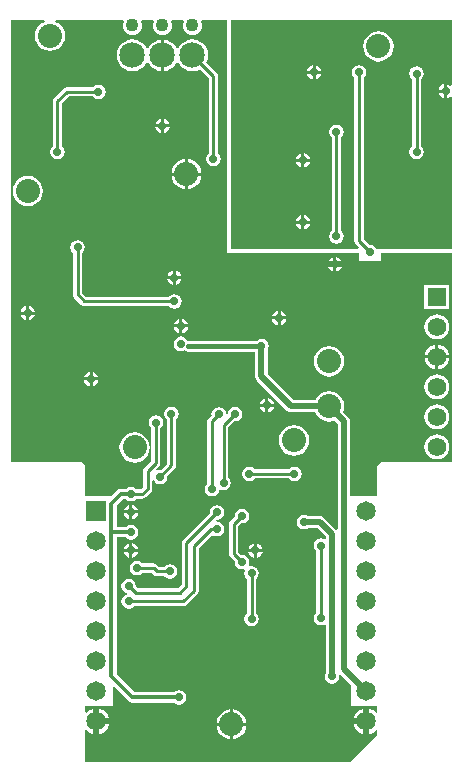
<source format=gbl>
G04 Layer_Physical_Order=2*
G04 Layer_Color=16711680*
%FSLAX25Y25*%
%MOIN*%
G70*
G01*
G75*
%ADD24C,0.01000*%
%ADD25C,0.02000*%
%ADD26C,0.01600*%
%ADD27C,0.08500*%
%ADD28C,0.04331*%
%ADD29C,0.08000*%
%ADD30C,0.06200*%
%ADD31R,0.06200X0.06200*%
%ADD32C,0.06500*%
%ADD33R,0.06500X0.06500*%
%ADD34C,0.02800*%
%ADD35C,0.01400*%
G36*
X73478Y227043D02*
X72978Y226856D01*
X72309Y227303D01*
X71873Y227390D01*
Y225043D01*
Y222695D01*
X72309Y222782D01*
X72978Y223229D01*
X73478Y223042D01*
Y172500D01*
X48303D01*
X47815Y173230D01*
X47021Y173761D01*
X46085Y173947D01*
X45848Y173900D01*
X44029Y175718D01*
Y229476D01*
X44230Y229610D01*
X44761Y230404D01*
X44947Y231340D01*
X44761Y232277D01*
X44230Y233070D01*
X43436Y233601D01*
X42500Y233787D01*
X41564Y233601D01*
X40770Y233070D01*
X40239Y232277D01*
X40053Y231340D01*
X40239Y230404D01*
X40770Y229610D01*
X40971Y229476D01*
Y175085D01*
X41087Y174500D01*
X41419Y174004D01*
X42460Y172962D01*
X42269Y172500D01*
X0D01*
Y248675D01*
X73478D01*
Y227043D01*
D02*
G37*
G36*
X-1500Y171000D02*
X42460D01*
Y168500D01*
X50000D01*
Y171000D01*
X73478Y171000D01*
Y101326D01*
X50000D01*
X49493Y101225D01*
X49063Y100937D01*
X48775Y100507D01*
X48674Y100000D01*
Y90000D01*
X40000D01*
Y90000D01*
X39539Y90095D01*
Y114947D01*
X39539Y114947D01*
X39384Y115727D01*
X39338Y115795D01*
X39331Y115833D01*
X38889Y116495D01*
X37172Y118212D01*
X37371Y118695D01*
X37543Y120000D01*
X37371Y121305D01*
X36867Y122522D01*
X36066Y123566D01*
X35022Y124367D01*
X33805Y124871D01*
X32500Y125043D01*
X31195Y124871D01*
X29978Y124367D01*
X28934Y123566D01*
X28133Y122522D01*
X27933Y122039D01*
X20845D01*
X12039Y130845D01*
Y138775D01*
X12261Y139106D01*
X12447Y140042D01*
X12261Y140979D01*
X11730Y141773D01*
X10936Y142303D01*
X10000Y142490D01*
X9064Y142303D01*
X8427Y141878D01*
X-14500D01*
X-14624Y141853D01*
X-15110Y142581D01*
X-15904Y143111D01*
X-16840Y143297D01*
X-17776Y143111D01*
X-18570Y142581D01*
X-19101Y141787D01*
X-19287Y140850D01*
X-19101Y139914D01*
X-18570Y139120D01*
X-17776Y138590D01*
X-16840Y138403D01*
X-15904Y138590D01*
X-15735Y138703D01*
X-15202Y138347D01*
X-14500Y138207D01*
X7961D01*
Y130000D01*
X8116Y129220D01*
X8558Y128558D01*
X18558Y118558D01*
X18558Y118558D01*
X19220Y118116D01*
X20000Y117961D01*
X20000Y117961D01*
X27933D01*
X28133Y117478D01*
X28934Y116434D01*
X29978Y115632D01*
X31195Y115129D01*
X32500Y114957D01*
X33805Y115129D01*
X34288Y115329D01*
X35461Y114155D01*
Y79065D01*
X34961Y78914D01*
X34942Y78942D01*
X30942Y82942D01*
X30280Y83384D01*
X29500Y83539D01*
X25428D01*
X25096Y83761D01*
X24160Y83947D01*
X23223Y83761D01*
X22430Y83230D01*
X21899Y82436D01*
X21713Y81500D01*
X21899Y80564D01*
X22430Y79770D01*
X23223Y79239D01*
X24160Y79053D01*
X25096Y79239D01*
X25428Y79461D01*
X28655D01*
X31461Y76655D01*
Y75931D01*
X31020Y75695D01*
X30739Y75883D01*
X29802Y76069D01*
X28866Y75883D01*
X28072Y75352D01*
X27542Y74559D01*
X27355Y73622D01*
X27542Y72686D01*
X28072Y71892D01*
X28273Y71758D01*
Y51364D01*
X28072Y51230D01*
X27542Y50436D01*
X27355Y49500D01*
X27542Y48564D01*
X28072Y47770D01*
X28866Y47239D01*
X29802Y47053D01*
X30739Y47239D01*
X31020Y47427D01*
X31461Y47191D01*
Y31268D01*
X31239Y30936D01*
X31053Y30000D01*
X31239Y29064D01*
X31770Y28270D01*
X32564Y27739D01*
X33500Y27553D01*
X34436Y27739D01*
X35230Y28270D01*
X35761Y29064D01*
X35947Y30000D01*
X35832Y30577D01*
X36293Y30823D01*
X40000Y27116D01*
Y20000D01*
X48674D01*
Y17970D01*
X48201Y17810D01*
X48031Y18031D01*
X47143Y18712D01*
X46110Y19141D01*
X45500Y19221D01*
Y15000D01*
Y10779D01*
X46110Y10859D01*
X47143Y11288D01*
X48031Y11969D01*
X48201Y12190D01*
X48674Y12030D01*
Y10549D01*
X39451Y1326D01*
X-48674D01*
Y12030D01*
X-48201Y12190D01*
X-48031Y11969D01*
X-47143Y11288D01*
X-46110Y10859D01*
X-45500Y10779D01*
Y15000D01*
Y19221D01*
X-46110Y19141D01*
X-47143Y18712D01*
X-48031Y18031D01*
X-48201Y17810D01*
X-48674Y17970D01*
Y20000D01*
X-39500D01*
Y26395D01*
X-39038Y26587D01*
X-34226Y21774D01*
X-33663Y21399D01*
X-33000Y21267D01*
X-19226D01*
X-18436Y20739D01*
X-17500Y20553D01*
X-16564Y20739D01*
X-15770Y21270D01*
X-15239Y22064D01*
X-15053Y23000D01*
X-15239Y23936D01*
X-15770Y24730D01*
X-16564Y25261D01*
X-17500Y25447D01*
X-18436Y25261D01*
X-19226Y24733D01*
X-32282D01*
X-38317Y30768D01*
Y76309D01*
X-35226D01*
X-34436Y75782D01*
X-33500Y75595D01*
X-32564Y75782D01*
X-31770Y76312D01*
X-31239Y77106D01*
X-31053Y78043D01*
X-31239Y78979D01*
X-31770Y79773D01*
X-32564Y80303D01*
X-33500Y80489D01*
X-34436Y80303D01*
X-35226Y79776D01*
X-38317D01*
Y86892D01*
X-36140Y89069D01*
X-35226D01*
X-34436Y88542D01*
X-33500Y88355D01*
X-32564Y88542D01*
X-31770Y89072D01*
X-31635Y89273D01*
X-29670D01*
X-29085Y89389D01*
X-28589Y89721D01*
X-26871Y91438D01*
X-26540Y91934D01*
X-26423Y92520D01*
Y95203D01*
X-25923Y95354D01*
X-25533Y94770D01*
X-24739Y94239D01*
X-23802Y94053D01*
X-22866Y94239D01*
X-22072Y94770D01*
X-21542Y95564D01*
X-21355Y96500D01*
X-21403Y96737D01*
X-18919Y99221D01*
X-18587Y99717D01*
X-18471Y100302D01*
Y115636D01*
X-18270Y115770D01*
X-17739Y116564D01*
X-17553Y117500D01*
X-17739Y118436D01*
X-18270Y119230D01*
X-19064Y119761D01*
X-20000Y119947D01*
X-20936Y119761D01*
X-21730Y119230D01*
X-22261Y118436D01*
X-22447Y117500D01*
X-22261Y116564D01*
X-21730Y115770D01*
X-21529Y115636D01*
Y100936D01*
X-23565Y98900D01*
X-23802Y98947D01*
X-24739Y98761D01*
X-24764Y98744D01*
X-25083Y99132D01*
X-24115Y100100D01*
X-23784Y100596D01*
X-23667Y101181D01*
Y112702D01*
X-23467Y112837D01*
X-22936Y113630D01*
X-22750Y114567D01*
X-22936Y115503D01*
X-23467Y116297D01*
X-24260Y116828D01*
X-25197Y117014D01*
X-26133Y116828D01*
X-26927Y116297D01*
X-27458Y115503D01*
X-27644Y114567D01*
X-27458Y113630D01*
X-26927Y112837D01*
X-26726Y112702D01*
Y101815D01*
X-29034Y99507D01*
X-29366Y99010D01*
X-29482Y98425D01*
Y93153D01*
X-30304Y92332D01*
X-31635D01*
X-31770Y92533D01*
X-32564Y93063D01*
X-33500Y93249D01*
X-34436Y93063D01*
X-35226Y92536D01*
X-36858D01*
X-37521Y92404D01*
X-38083Y92028D01*
X-40111Y90000D01*
X-48674D01*
Y100000D01*
X-48775Y100507D01*
X-49063Y100937D01*
X-49493Y101225D01*
X-50000Y101326D01*
X-73478D01*
Y191648D01*
X-72978Y191681D01*
X-72936Y191365D01*
X-72816Y190455D01*
X-72312Y189238D01*
X-71511Y188194D01*
X-70466Y187392D01*
X-69250Y186889D01*
X-67945Y186717D01*
X-66640Y186889D01*
X-65423Y187392D01*
X-64379Y188194D01*
X-63577Y189238D01*
X-63074Y190455D01*
X-62902Y191760D01*
X-63074Y193065D01*
X-63577Y194281D01*
X-64379Y195326D01*
X-65423Y196127D01*
X-66640Y196631D01*
X-67945Y196803D01*
X-69250Y196631D01*
X-70466Y196127D01*
X-71511Y195326D01*
X-72312Y194281D01*
X-72816Y193065D01*
X-72936Y192155D01*
X-72978Y191838D01*
X-73478Y191871D01*
Y248675D01*
X-62380D01*
X-62280Y248175D01*
X-63022Y247867D01*
X-64066Y247066D01*
X-64868Y246022D01*
X-65371Y244805D01*
X-65543Y243500D01*
X-65371Y242195D01*
X-64868Y240978D01*
X-64066Y239934D01*
X-63022Y239132D01*
X-61805Y238629D01*
X-60500Y238457D01*
X-59195Y238629D01*
X-57978Y239132D01*
X-56934Y239934D01*
X-56133Y240978D01*
X-55629Y242195D01*
X-55457Y243500D01*
X-55629Y244805D01*
X-56133Y246022D01*
X-56934Y247066D01*
X-57978Y247867D01*
X-58720Y248175D01*
X-58620Y248675D01*
X-36274D01*
X-35940Y248175D01*
X-36084Y247826D01*
X-36193Y247000D01*
X-36084Y246174D01*
X-35765Y245404D01*
X-35258Y244742D01*
X-34596Y244235D01*
X-33826Y243916D01*
X-33000Y243807D01*
X-32174Y243916D01*
X-31404Y244235D01*
X-30742Y244742D01*
X-30235Y245404D01*
X-29916Y246174D01*
X-29807Y247000D01*
X-29916Y247826D01*
X-30060Y248175D01*
X-29726Y248675D01*
X-26274D01*
X-25940Y248175D01*
X-26084Y247826D01*
X-26193Y247000D01*
X-26084Y246174D01*
X-25765Y245404D01*
X-25258Y244742D01*
X-24596Y244235D01*
X-23826Y243916D01*
X-23000Y243807D01*
X-22174Y243916D01*
X-21404Y244235D01*
X-20742Y244742D01*
X-20235Y245404D01*
X-19916Y246174D01*
X-19807Y247000D01*
X-19916Y247826D01*
X-20060Y248175D01*
X-19726Y248675D01*
X-16274D01*
X-15940Y248175D01*
X-16084Y247826D01*
X-16193Y247000D01*
X-16084Y246174D01*
X-15765Y245404D01*
X-15258Y244742D01*
X-14596Y244235D01*
X-13826Y243916D01*
X-13000Y243807D01*
X-12174Y243916D01*
X-11404Y244235D01*
X-10742Y244742D01*
X-10235Y245404D01*
X-9916Y246174D01*
X-9807Y247000D01*
X-9916Y247826D01*
X-10060Y248175D01*
X-9726Y248675D01*
X-1500D01*
Y171000D01*
D02*
G37*
%LPC*%
G36*
X11311Y122688D02*
X10875Y122601D01*
X10081Y122070D01*
X9550Y121276D01*
X9464Y120840D01*
X11311D01*
Y122688D01*
D02*
G37*
G36*
X14159Y119840D02*
X12311D01*
Y117992D01*
X12747Y118079D01*
X13541Y118610D01*
X14072Y119404D01*
X14159Y119840D01*
D02*
G37*
G36*
X-47288Y128633D02*
X-49136D01*
X-49049Y128197D01*
X-48519Y127403D01*
X-47725Y126872D01*
X-47288Y126786D01*
Y128633D01*
D02*
G37*
G36*
X68441Y130635D02*
X67371Y130494D01*
X66373Y130081D01*
X65517Y129424D01*
X64860Y128568D01*
X64447Y127570D01*
X64306Y126500D01*
X64447Y125430D01*
X64860Y124432D01*
X65517Y123576D01*
X66373Y122919D01*
X67371Y122505D01*
X68441Y122365D01*
X69511Y122505D01*
X70509Y122919D01*
X71365Y123576D01*
X72022Y124432D01*
X72435Y125430D01*
X72576Y126500D01*
X72435Y127570D01*
X72022Y128568D01*
X71365Y129424D01*
X70509Y130081D01*
X69511Y130494D01*
X68441Y130635D01*
D02*
G37*
G36*
X12311Y122688D02*
Y120840D01*
X14159D01*
X14072Y121276D01*
X13541Y122070D01*
X12747Y122601D01*
X12311Y122688D01*
D02*
G37*
G36*
X20866Y113705D02*
X19561Y113533D01*
X18345Y113029D01*
X17300Y112227D01*
X16499Y111183D01*
X15995Y109967D01*
X15823Y108661D01*
X15995Y107356D01*
X16499Y106140D01*
X17300Y105095D01*
X18345Y104294D01*
X19561Y103790D01*
X20866Y103618D01*
X22171Y103790D01*
X23388Y104294D01*
X24432Y105095D01*
X25234Y106140D01*
X25737Y107356D01*
X25909Y108661D01*
X25737Y109967D01*
X25234Y111183D01*
X24432Y112227D01*
X23388Y113029D01*
X22171Y113533D01*
X20866Y113705D01*
D02*
G37*
G36*
X68441Y110635D02*
X67371Y110494D01*
X66373Y110081D01*
X65517Y109424D01*
X64860Y108568D01*
X64447Y107570D01*
X64306Y106500D01*
X64447Y105430D01*
X64860Y104432D01*
X65517Y103576D01*
X66373Y102919D01*
X67371Y102506D01*
X68441Y102365D01*
X69511Y102506D01*
X70509Y102919D01*
X71365Y103576D01*
X72022Y104432D01*
X72435Y105430D01*
X72576Y106500D01*
X72435Y107570D01*
X72022Y108568D01*
X71365Y109424D01*
X70509Y110081D01*
X69511Y110494D01*
X68441Y110635D01*
D02*
G37*
G36*
X-32283Y111342D02*
X-33589Y111170D01*
X-34805Y110667D01*
X-35849Y109865D01*
X-36651Y108821D01*
X-37155Y107605D01*
X-37327Y106299D01*
X-37155Y104994D01*
X-36651Y103778D01*
X-35849Y102733D01*
X-34805Y101932D01*
X-33589Y101428D01*
X-32283Y101256D01*
X-30978Y101428D01*
X-29762Y101932D01*
X-28717Y102733D01*
X-27916Y103778D01*
X-27412Y104994D01*
X-27240Y106299D01*
X-27412Y107605D01*
X-27916Y108821D01*
X-28717Y109865D01*
X-29762Y110667D01*
X-30978Y111170D01*
X-32283Y111342D01*
D02*
G37*
G36*
X11311Y119840D02*
X9464D01*
X9550Y119404D01*
X10081Y118610D01*
X10875Y118079D01*
X11311Y117992D01*
Y119840D01*
D02*
G37*
G36*
X1181Y119947D02*
X245Y119761D01*
X-549Y119230D01*
X-1080Y118436D01*
X-1237Y117644D01*
X-1326Y117585D01*
X-1864Y117808D01*
X-1887Y117842D01*
X-1970Y118259D01*
X-2500Y119053D01*
X-3294Y119584D01*
X-4231Y119770D01*
X-5167Y119584D01*
X-5961Y119053D01*
X-6492Y118259D01*
X-6678Y117323D01*
X-6631Y117086D01*
X-7581Y116135D01*
X-7913Y115639D01*
X-8029Y115053D01*
Y94301D01*
X-8230Y94167D01*
X-8761Y93373D01*
X-8947Y92437D01*
X-8761Y91501D01*
X-8230Y90707D01*
X-7436Y90176D01*
X-6500Y89990D01*
X-5564Y90176D01*
X-4770Y90707D01*
X-4239Y91501D01*
X-4135Y92026D01*
X-3579Y92256D01*
X-3536Y92227D01*
X-2600Y92041D01*
X-1664Y92227D01*
X-870Y92758D01*
X-339Y93552D01*
X-153Y94488D01*
X-339Y95425D01*
X-870Y96219D01*
X-1071Y96353D01*
Y113085D01*
X944Y115100D01*
X1181Y115053D01*
X2118Y115239D01*
X2911Y115770D01*
X3442Y116564D01*
X3628Y117500D01*
X3442Y118436D01*
X2911Y119230D01*
X2118Y119761D01*
X1181Y119947D01*
D02*
G37*
G36*
X68441Y120635D02*
X67371Y120494D01*
X66373Y120081D01*
X65517Y119424D01*
X64860Y118568D01*
X64447Y117570D01*
X64306Y116500D01*
X64447Y115430D01*
X64860Y114432D01*
X65517Y113576D01*
X66373Y112919D01*
X67371Y112505D01*
X68441Y112365D01*
X69511Y112505D01*
X70509Y112919D01*
X71365Y113576D01*
X72022Y114432D01*
X72435Y115430D01*
X72576Y116500D01*
X72435Y117570D01*
X72022Y118568D01*
X71365Y119424D01*
X70509Y120081D01*
X69511Y120494D01*
X68441Y120635D01*
D02*
G37*
G36*
X-44441Y128633D02*
X-46288D01*
Y126786D01*
X-45852Y126872D01*
X-45058Y127403D01*
X-44528Y128197D01*
X-44441Y128633D01*
D02*
G37*
G36*
X68441Y150635D02*
X67371Y150495D01*
X66373Y150081D01*
X65517Y149424D01*
X64860Y148568D01*
X64447Y147570D01*
X64306Y146500D01*
X64447Y145430D01*
X64860Y144432D01*
X65517Y143576D01*
X66373Y142919D01*
X67371Y142506D01*
X68441Y142365D01*
X69511Y142506D01*
X70509Y142919D01*
X71365Y143576D01*
X72022Y144432D01*
X72435Y145430D01*
X72576Y146500D01*
X72435Y147570D01*
X72022Y148568D01*
X71365Y149424D01*
X70509Y150081D01*
X69511Y150495D01*
X68441Y150635D01*
D02*
G37*
G36*
X68941Y140570D02*
Y137000D01*
X72510D01*
X72435Y137570D01*
X72022Y138568D01*
X71365Y139424D01*
X70509Y140081D01*
X69511Y140495D01*
X68941Y140570D01*
D02*
G37*
G36*
X-17340Y146350D02*
X-19188D01*
X-19101Y145914D01*
X-18570Y145120D01*
X-17776Y144590D01*
X-17340Y144503D01*
Y146350D01*
D02*
G37*
G36*
X15400Y149000D02*
X13552D01*
X13639Y148564D01*
X14170Y147770D01*
X14964Y147239D01*
X15400Y147152D01*
Y149000D01*
D02*
G37*
G36*
X-14492Y146350D02*
X-16340D01*
Y144503D01*
X-15904Y144590D01*
X-15110Y145120D01*
X-14579Y145914D01*
X-14492Y146350D01*
D02*
G37*
G36*
X67941Y140570D02*
X67371Y140495D01*
X66373Y140081D01*
X65517Y139424D01*
X64860Y138568D01*
X64447Y137570D01*
X64371Y137000D01*
X67941D01*
Y140570D01*
D02*
G37*
G36*
X-46288Y131481D02*
Y129633D01*
X-44441D01*
X-44528Y130069D01*
X-45058Y130863D01*
X-45852Y131394D01*
X-46288Y131481D01*
D02*
G37*
G36*
X-47288D02*
X-47725Y131394D01*
X-48519Y130863D01*
X-49049Y130069D01*
X-49136Y129633D01*
X-47288D01*
Y131481D01*
D02*
G37*
G36*
X32500Y140043D02*
X31195Y139871D01*
X29978Y139367D01*
X28934Y138566D01*
X28133Y137522D01*
X27629Y136305D01*
X27457Y135000D01*
X27629Y133695D01*
X28133Y132478D01*
X28934Y131434D01*
X29978Y130632D01*
X31195Y130129D01*
X32500Y129957D01*
X33805Y130129D01*
X35022Y130632D01*
X36066Y131434D01*
X36867Y132478D01*
X37371Y133695D01*
X37543Y135000D01*
X37371Y136305D01*
X36867Y137522D01*
X36066Y138566D01*
X35022Y139367D01*
X33805Y139871D01*
X32500Y140043D01*
D02*
G37*
G36*
X72510Y136000D02*
X68941D01*
Y132430D01*
X69511Y132506D01*
X70509Y132919D01*
X71365Y133576D01*
X72022Y134432D01*
X72435Y135430D01*
X72510Y136000D01*
D02*
G37*
G36*
X67941D02*
X64371D01*
X64447Y135430D01*
X64860Y134432D01*
X65517Y133576D01*
X66373Y132919D01*
X67371Y132506D01*
X67941Y132430D01*
Y136000D01*
D02*
G37*
G36*
X21000Y99947D02*
X20064Y99761D01*
X19270Y99230D01*
X19136Y99029D01*
X7864D01*
X7730Y99230D01*
X6936Y99761D01*
X6000Y99947D01*
X5064Y99761D01*
X4270Y99230D01*
X3739Y98436D01*
X3553Y97500D01*
X3739Y96564D01*
X4270Y95770D01*
X5064Y95239D01*
X6000Y95053D01*
X6936Y95239D01*
X7730Y95770D01*
X7864Y95971D01*
X19136D01*
X19270Y95770D01*
X20064Y95239D01*
X21000Y95053D01*
X21936Y95239D01*
X22730Y95770D01*
X23261Y96564D01*
X23447Y97500D01*
X23261Y98436D01*
X22730Y99230D01*
X21936Y99761D01*
X21000Y99947D01*
D02*
G37*
G36*
X-44500Y19221D02*
Y15500D01*
X-40779D01*
X-40859Y16109D01*
X-41288Y17143D01*
X-41969Y18031D01*
X-42857Y18712D01*
X-43891Y19141D01*
X-44500Y19221D01*
D02*
G37*
G36*
X44500D02*
X43891Y19141D01*
X42857Y18712D01*
X41969Y18031D01*
X41288Y17143D01*
X40859Y16109D01*
X40779Y15500D01*
X44500D01*
Y19221D01*
D02*
G37*
G36*
X-31496Y68589D02*
X-32432Y68402D01*
X-33226Y67872D01*
X-33757Y67078D01*
X-33943Y66142D01*
X-33757Y65205D01*
X-33226Y64411D01*
X-32432Y63881D01*
X-31496Y63695D01*
X-30560Y63881D01*
X-29766Y64411D01*
X-29632Y64612D01*
X-26618D01*
X-25885Y63879D01*
X-25388Y63548D01*
X-24803Y63431D01*
X-22338D01*
X-22230Y63270D01*
X-21436Y62739D01*
X-20500Y62553D01*
X-19564Y62739D01*
X-18770Y63270D01*
X-18239Y64064D01*
X-18053Y65000D01*
X-18239Y65936D01*
X-18770Y66730D01*
X-19564Y67261D01*
X-20500Y67447D01*
X-21436Y67261D01*
X-22230Y66730D01*
X-22391Y66490D01*
X-24170D01*
X-24903Y67223D01*
X-25399Y67555D01*
X-25984Y67671D01*
X-29632D01*
X-29766Y67872D01*
X-30560Y68402D01*
X-31496Y68589D01*
D02*
G37*
G36*
X-31152Y71465D02*
X-33000D01*
Y69617D01*
X-32564Y69704D01*
X-31770Y70234D01*
X-31239Y71028D01*
X-31152Y71465D01*
D02*
G37*
G36*
X-34000D02*
X-35848D01*
X-35761Y71028D01*
X-35230Y70234D01*
X-34436Y69704D01*
X-34000Y69617D01*
Y71465D01*
D02*
G37*
G36*
X500Y18977D02*
Y14500D01*
X4977D01*
X4871Y15305D01*
X4368Y16522D01*
X3566Y17566D01*
X2522Y18368D01*
X1305Y18871D01*
X500Y18977D01*
D02*
G37*
G36*
X4977Y13500D02*
X500D01*
Y9023D01*
X1305Y9129D01*
X2522Y9633D01*
X3566Y10434D01*
X4368Y11478D01*
X4871Y12695D01*
X4977Y13500D01*
D02*
G37*
G36*
X-500D02*
X-4977D01*
X-4871Y12695D01*
X-4368Y11478D01*
X-3566Y10434D01*
X-2522Y9633D01*
X-1305Y9129D01*
X-500Y9023D01*
Y13500D01*
D02*
G37*
G36*
X44500Y14500D02*
X40779D01*
X40859Y13891D01*
X41288Y12857D01*
X41969Y11969D01*
X42857Y11288D01*
X43891Y10859D01*
X44500Y10779D01*
Y14500D01*
D02*
G37*
G36*
X-500Y18977D02*
X-1305Y18871D01*
X-2522Y18368D01*
X-3566Y17566D01*
X-4368Y16522D01*
X-4871Y15305D01*
X-4977Y14500D01*
X-500D01*
Y18977D01*
D02*
G37*
G36*
X-40779Y14500D02*
X-44500D01*
Y10779D01*
X-43891Y10859D01*
X-42857Y11288D01*
X-41969Y11969D01*
X-41288Y12857D01*
X-40859Y13891D01*
X-40779Y14500D01*
D02*
G37*
G36*
X7500Y71465D02*
X5652D01*
X5739Y71028D01*
X6270Y70234D01*
X7064Y69704D01*
X7500Y69617D01*
Y71465D01*
D02*
G37*
G36*
X-34000Y84302D02*
X-35848D01*
X-35761Y83866D01*
X-35230Y83072D01*
X-34436Y82542D01*
X-34000Y82455D01*
Y84302D01*
D02*
G37*
G36*
X-4858Y87093D02*
X-5794Y86906D01*
X-6588Y86376D01*
X-7118Y85582D01*
X-7305Y84646D01*
X-7258Y84409D01*
X-16081Y75585D01*
X-16413Y75089D01*
X-16529Y74503D01*
Y60708D01*
X-17866Y59371D01*
X-31287D01*
X-31852Y59936D01*
X-31805Y60173D01*
X-31991Y61110D01*
X-32522Y61904D01*
X-33316Y62434D01*
X-34252Y62620D01*
X-35188Y62434D01*
X-35982Y61904D01*
X-36513Y61110D01*
X-36699Y60173D01*
X-36513Y59237D01*
X-35982Y58443D01*
X-35188Y57912D01*
X-34832Y57841D01*
Y57332D01*
X-35188Y57261D01*
X-35982Y56730D01*
X-36513Y55936D01*
X-36699Y55000D01*
X-36513Y54064D01*
X-35982Y53270D01*
X-35188Y52739D01*
X-34252Y52553D01*
X-33316Y52739D01*
X-32522Y53270D01*
X-32387Y53471D01*
X-16040D01*
X-15455Y53587D01*
X-14959Y53919D01*
X-11419Y57459D01*
X-11087Y57955D01*
X-10971Y58540D01*
Y72693D01*
X-6412Y77252D01*
X-5794Y76839D01*
X-4858Y76653D01*
X-3921Y76839D01*
X-3127Y77370D01*
X-2597Y78164D01*
X-2411Y79100D01*
X-2597Y80036D01*
X-3127Y80830D01*
X-3921Y81361D01*
X-4858Y81547D01*
X-4955Y81528D01*
X-5215Y81986D01*
X-4997Y82226D01*
X-4858Y82199D01*
X-3921Y82385D01*
X-3127Y82915D01*
X-2597Y83709D01*
X-2411Y84646D01*
X-2597Y85582D01*
X-3127Y86376D01*
X-3921Y86906D01*
X-4858Y87093D01*
D02*
G37*
G36*
X-31152Y84302D02*
X-33000D01*
Y82455D01*
X-32564Y82542D01*
X-31770Y83072D01*
X-31239Y83866D01*
X-31152Y84302D01*
D02*
G37*
G36*
X-33000Y87150D02*
Y85302D01*
X-31152D01*
X-31239Y85739D01*
X-31770Y86533D01*
X-32564Y87063D01*
X-33000Y87150D01*
D02*
G37*
G36*
X-34000D02*
X-34436Y87063D01*
X-35230Y86533D01*
X-35761Y85739D01*
X-35848Y85302D01*
X-34000D01*
Y87150D01*
D02*
G37*
G36*
X3543Y85912D02*
X2607Y85725D01*
X1813Y85195D01*
X1283Y84401D01*
X1096Y83465D01*
X1143Y83228D01*
X-336Y81748D01*
X-667Y81252D01*
X-784Y80667D01*
Y70908D01*
X-667Y70323D01*
X-336Y69827D01*
X1143Y68347D01*
X1096Y68110D01*
X1283Y67174D01*
X1813Y66380D01*
X2607Y65850D01*
X3543Y65663D01*
X4181Y65790D01*
X4481Y65340D01*
X4432Y65266D01*
X4246Y64330D01*
X4432Y63393D01*
X4963Y62600D01*
X5164Y62465D01*
Y51077D01*
X4963Y50943D01*
X4432Y50149D01*
X4246Y49213D01*
X4432Y48276D01*
X4963Y47482D01*
X5756Y46952D01*
X6693Y46766D01*
X7629Y46952D01*
X8423Y47482D01*
X8954Y48276D01*
X9140Y49213D01*
X8954Y50149D01*
X8423Y50943D01*
X8222Y51077D01*
Y62465D01*
X8423Y62600D01*
X8954Y63393D01*
X9140Y64330D01*
X8954Y65266D01*
X8423Y66060D01*
X7629Y66591D01*
X6693Y66777D01*
X6055Y66650D01*
X5755Y67100D01*
X5804Y67174D01*
X5990Y68110D01*
X5804Y69047D01*
X5274Y69841D01*
X4480Y70371D01*
X3543Y70557D01*
X3306Y70510D01*
X2275Y71542D01*
Y80033D01*
X3306Y81065D01*
X3543Y81018D01*
X4480Y81204D01*
X5274Y81734D01*
X5804Y82528D01*
X5990Y83465D01*
X5804Y84401D01*
X5274Y85195D01*
X4480Y85725D01*
X3543Y85912D01*
D02*
G37*
G36*
X-34000Y74312D02*
X-34436Y74225D01*
X-35230Y73695D01*
X-35761Y72901D01*
X-35848Y72465D01*
X-34000D01*
Y74312D01*
D02*
G37*
G36*
X10348Y71465D02*
X8500D01*
Y69617D01*
X8936Y69704D01*
X9730Y70234D01*
X10261Y71028D01*
X10348Y71465D01*
D02*
G37*
G36*
X-33000Y74312D02*
Y72465D01*
X-31152D01*
X-31239Y72901D01*
X-31770Y73695D01*
X-32564Y74225D01*
X-33000Y74312D01*
D02*
G37*
G36*
X8500D02*
Y72465D01*
X10348D01*
X10261Y72901D01*
X9730Y73695D01*
X8936Y74225D01*
X8500Y74312D01*
D02*
G37*
G36*
X7500D02*
X7064Y74225D01*
X6270Y73695D01*
X5739Y72901D01*
X5652Y72465D01*
X7500D01*
Y74312D01*
D02*
G37*
G36*
X23302Y204348D02*
X22866Y204261D01*
X22072Y203730D01*
X21542Y202936D01*
X21455Y202500D01*
X23302D01*
Y204348D01*
D02*
G37*
G36*
X61708Y233404D02*
X60771Y233218D01*
X59977Y232688D01*
X59447Y231894D01*
X59260Y230958D01*
X59447Y230021D01*
X59977Y229227D01*
X60178Y229093D01*
Y206657D01*
X59977Y206523D01*
X59447Y205729D01*
X59260Y204792D01*
X59447Y203856D01*
X59977Y203062D01*
X60771Y202532D01*
X61708Y202345D01*
X62644Y202532D01*
X63438Y203062D01*
X63968Y203856D01*
X64154Y204792D01*
X63968Y205729D01*
X63438Y206523D01*
X63237Y206657D01*
Y229093D01*
X63438Y229227D01*
X63968Y230021D01*
X64154Y230958D01*
X63968Y231894D01*
X63438Y232688D01*
X62644Y233218D01*
X61708Y233404D01*
D02*
G37*
G36*
X24302Y204348D02*
Y202500D01*
X26150D01*
X26063Y202936D01*
X25533Y203730D01*
X24739Y204261D01*
X24302Y204348D01*
D02*
G37*
G36*
X-20652Y213000D02*
X-22500D01*
Y211152D01*
X-22064Y211239D01*
X-21270Y211770D01*
X-20739Y212564D01*
X-20652Y213000D01*
D02*
G37*
G36*
X-23500D02*
X-25348D01*
X-25261Y212564D01*
X-24730Y211770D01*
X-23936Y211239D01*
X-23500Y211152D01*
Y213000D01*
D02*
G37*
G36*
X26150Y201500D02*
X24302D01*
Y199652D01*
X24739Y199739D01*
X25533Y200270D01*
X26063Y201064D01*
X26150Y201500D01*
D02*
G37*
G36*
X-10023Y196958D02*
X-14500D01*
Y192480D01*
X-13695Y192586D01*
X-12478Y193090D01*
X-11434Y193892D01*
X-10633Y194936D01*
X-10129Y196152D01*
X-10023Y196958D01*
D02*
G37*
G36*
X-15500D02*
X-19977D01*
X-19871Y196152D01*
X-19367Y194936D01*
X-18566Y193892D01*
X-17522Y193090D01*
X-16305Y192586D01*
X-15500Y192480D01*
Y196958D01*
D02*
G37*
G36*
Y202435D02*
X-16305Y202329D01*
X-17522Y201825D01*
X-18566Y201024D01*
X-19367Y199979D01*
X-19871Y198763D01*
X-19977Y197958D01*
X-15500D01*
Y202435D01*
D02*
G37*
G36*
X23302Y201500D02*
X21455D01*
X21542Y201064D01*
X22072Y200270D01*
X22866Y199739D01*
X23302Y199652D01*
Y201500D01*
D02*
G37*
G36*
X-14500Y202435D02*
Y197958D01*
X-10023D01*
X-10129Y198763D01*
X-10633Y199979D01*
X-11434Y201024D01*
X-12478Y201825D01*
X-13695Y202329D01*
X-14500Y202435D01*
D02*
G37*
G36*
X-23500Y215848D02*
X-23936Y215761D01*
X-24730Y215230D01*
X-25261Y214436D01*
X-25348Y214000D01*
X-23500D01*
Y215848D01*
D02*
G37*
G36*
X27042Y233688D02*
X26606Y233601D01*
X25812Y233070D01*
X25282Y232277D01*
X25195Y231840D01*
X27042D01*
Y233688D01*
D02*
G37*
G36*
X-33000Y242295D02*
X-34370Y242115D01*
X-35648Y241586D01*
X-36744Y240744D01*
X-37586Y239648D01*
X-38115Y238370D01*
X-38295Y237000D01*
X-38115Y235630D01*
X-37586Y234352D01*
X-36744Y233256D01*
X-35648Y232414D01*
X-34370Y231885D01*
X-33000Y231705D01*
X-31629Y231885D01*
X-30352Y232414D01*
X-29256Y233256D01*
X-28414Y234352D01*
X-28250Y234749D01*
X-27750D01*
X-27586Y234352D01*
X-26744Y233256D01*
X-25648Y232414D01*
X-24371Y231885D01*
X-23500Y231770D01*
Y237000D01*
Y242230D01*
X-24371Y242115D01*
X-25648Y241586D01*
X-26744Y240744D01*
X-27586Y239648D01*
X-27750Y239251D01*
X-28250D01*
X-28414Y239648D01*
X-29256Y240744D01*
X-30352Y241586D01*
X-31629Y242115D01*
X-33000Y242295D01*
D02*
G37*
G36*
X28043Y233688D02*
Y231840D01*
X29890D01*
X29803Y232277D01*
X29273Y233070D01*
X28479Y233601D01*
X28043Y233688D01*
D02*
G37*
G36*
X-13000Y242295D02*
X-14370Y242115D01*
X-15648Y241586D01*
X-16744Y240744D01*
X-17586Y239648D01*
X-17750Y239251D01*
X-18250D01*
X-18414Y239648D01*
X-19256Y240744D01*
X-20352Y241586D01*
X-21630Y242115D01*
X-22500Y242230D01*
Y237000D01*
Y231770D01*
X-21630Y231885D01*
X-20352Y232414D01*
X-19256Y233256D01*
X-18414Y234352D01*
X-18250Y234749D01*
X-17750D01*
X-17586Y234352D01*
X-16744Y233256D01*
X-15648Y232414D01*
X-14370Y231885D01*
X-13000Y231705D01*
X-11630Y231885D01*
X-10511Y232348D01*
X-7550Y229387D01*
Y204364D01*
X-7751Y204230D01*
X-8281Y203436D01*
X-8467Y202500D01*
X-8281Y201564D01*
X-7751Y200770D01*
X-6957Y200239D01*
X-6021Y200053D01*
X-5084Y200239D01*
X-4290Y200770D01*
X-3760Y201564D01*
X-3573Y202500D01*
X-3760Y203436D01*
X-4290Y204230D01*
X-4491Y204364D01*
Y230020D01*
X-4608Y230606D01*
X-4939Y231102D01*
X-8348Y234511D01*
X-7885Y235630D01*
X-7705Y237000D01*
X-7885Y238370D01*
X-8414Y239648D01*
X-9256Y240744D01*
X-10352Y241586D01*
X-11630Y242115D01*
X-13000Y242295D01*
D02*
G37*
G36*
X49000Y245043D02*
X47695Y244871D01*
X46478Y244368D01*
X45434Y243566D01*
X44633Y242522D01*
X44129Y241305D01*
X43957Y240000D01*
X44129Y238695D01*
X44633Y237478D01*
X45434Y236434D01*
X46478Y235632D01*
X47695Y235129D01*
X49000Y234957D01*
X50305Y235129D01*
X51522Y235632D01*
X52566Y236434D01*
X53368Y237478D01*
X53871Y238695D01*
X54043Y240000D01*
X53871Y241305D01*
X53368Y242522D01*
X52566Y243566D01*
X51522Y244368D01*
X50305Y244871D01*
X49000Y245043D01*
D02*
G37*
G36*
X29890Y230840D02*
X28043D01*
Y228993D01*
X28479Y229079D01*
X29273Y229610D01*
X29803Y230404D01*
X29890Y230840D01*
D02*
G37*
G36*
X-44340Y227287D02*
X-45276Y227101D01*
X-46070Y226570D01*
X-46205Y226370D01*
X-54943D01*
X-55529Y226253D01*
X-56025Y225922D01*
X-59081Y222865D01*
X-59413Y222369D01*
X-59529Y221783D01*
Y206657D01*
X-59730Y206523D01*
X-60261Y205729D01*
X-60447Y204792D01*
X-60261Y203856D01*
X-59730Y203062D01*
X-58936Y202532D01*
X-58000Y202345D01*
X-57064Y202532D01*
X-56270Y203062D01*
X-55739Y203856D01*
X-55553Y204792D01*
X-55739Y205729D01*
X-56270Y206523D01*
X-56471Y206657D01*
Y221150D01*
X-54310Y223311D01*
X-46205D01*
X-46070Y223110D01*
X-45276Y222579D01*
X-44340Y222393D01*
X-43404Y222579D01*
X-42610Y223110D01*
X-42079Y223904D01*
X-41893Y224840D01*
X-42079Y225777D01*
X-42610Y226570D01*
X-43404Y227101D01*
X-44340Y227287D01*
D02*
G37*
G36*
X-22500Y215848D02*
Y214000D01*
X-20652D01*
X-20739Y214436D01*
X-21270Y215230D01*
X-22064Y215761D01*
X-22500Y215848D01*
D02*
G37*
G36*
X70872Y224542D02*
X69025D01*
X69112Y224106D01*
X69642Y223312D01*
X70436Y222782D01*
X70872Y222695D01*
Y224542D01*
D02*
G37*
G36*
X27042Y230840D02*
X25195D01*
X25282Y230404D01*
X25812Y229610D01*
X26606Y229079D01*
X27042Y228993D01*
Y230840D01*
D02*
G37*
G36*
X70872Y227390D02*
X70436Y227303D01*
X69642Y226773D01*
X69112Y225979D01*
X69025Y225542D01*
X70872D01*
Y227390D01*
D02*
G37*
G36*
X24302Y183757D02*
Y181910D01*
X26150D01*
X26063Y182346D01*
X25533Y183140D01*
X24739Y183671D01*
X24302Y183757D01*
D02*
G37*
G36*
X-68445Y153403D02*
X-68881Y153316D01*
X-69675Y152785D01*
X-70206Y151992D01*
X-70292Y151555D01*
X-68445D01*
Y153403D01*
D02*
G37*
G36*
X16400Y151848D02*
Y150000D01*
X18248D01*
X18161Y150436D01*
X17630Y151230D01*
X16836Y151761D01*
X16400Y151848D01*
D02*
G37*
G36*
X-67445Y153403D02*
Y151555D01*
X-65597D01*
X-65684Y151992D01*
X-66215Y152785D01*
X-67009Y153316D01*
X-67445Y153403D01*
D02*
G37*
G36*
X-51304Y175447D02*
X-52240Y175261D01*
X-53034Y174730D01*
X-53565Y173936D01*
X-53751Y173000D01*
X-53565Y172064D01*
X-53034Y171270D01*
X-52833Y171135D01*
Y157304D01*
X-52717Y156719D01*
X-52385Y156222D01*
X-50081Y153919D01*
X-49585Y153587D01*
X-49000Y153471D01*
X-20865D01*
X-20730Y153270D01*
X-19936Y152739D01*
X-19000Y152553D01*
X-18064Y152739D01*
X-17270Y153270D01*
X-16739Y154064D01*
X-16553Y155000D01*
X-16739Y155936D01*
X-17270Y156730D01*
X-18064Y157261D01*
X-19000Y157447D01*
X-19936Y157261D01*
X-20730Y156730D01*
X-20865Y156529D01*
X-48366D01*
X-49775Y157938D01*
Y171135D01*
X-49574Y171270D01*
X-49043Y172064D01*
X-48857Y173000D01*
X-49043Y173936D01*
X-49574Y174730D01*
X-50367Y175261D01*
X-51304Y175447D01*
D02*
G37*
G36*
X72541Y160600D02*
X64341D01*
Y152400D01*
X72541D01*
Y160600D01*
D02*
G37*
G36*
X15400Y151848D02*
X14964Y151761D01*
X14170Y151230D01*
X13639Y150436D01*
X13552Y150000D01*
X15400D01*
Y151848D01*
D02*
G37*
G36*
X-17340Y149198D02*
X-17776Y149111D01*
X-18570Y148581D01*
X-19101Y147787D01*
X-19188Y147350D01*
X-17340D01*
Y149198D01*
D02*
G37*
G36*
X18248Y149000D02*
X16400D01*
Y147152D01*
X16836Y147239D01*
X17630Y147770D01*
X18161Y148564D01*
X18248Y149000D01*
D02*
G37*
G36*
X-16340Y149198D02*
Y147350D01*
X-14492D01*
X-14579Y147787D01*
X-15110Y148581D01*
X-15904Y149111D01*
X-16340Y149198D01*
D02*
G37*
G36*
X-65597Y150555D02*
X-67445D01*
Y148708D01*
X-67009Y148794D01*
X-66215Y149325D01*
X-65684Y150119D01*
X-65597Y150555D01*
D02*
G37*
G36*
X-68445D02*
X-70292D01*
X-70206Y150119D01*
X-69675Y149325D01*
X-68881Y148794D01*
X-68445Y148708D01*
Y150555D01*
D02*
G37*
G36*
X-19520Y162400D02*
X-21367D01*
X-21280Y161964D01*
X-20750Y161170D01*
X-19956Y160639D01*
X-19520Y160552D01*
Y162400D01*
D02*
G37*
G36*
X35000Y213947D02*
X34064Y213761D01*
X33270Y213230D01*
X32739Y212436D01*
X32553Y211500D01*
X32739Y210564D01*
X33270Y209770D01*
X33471Y209635D01*
Y178524D01*
X33270Y178390D01*
X32739Y177596D01*
X32553Y176660D01*
X32739Y175724D01*
X33270Y174930D01*
X34064Y174399D01*
X35000Y174213D01*
X35936Y174399D01*
X36730Y174930D01*
X37261Y175724D01*
X37447Y176660D01*
X37261Y177596D01*
X36730Y178390D01*
X36529Y178524D01*
Y209635D01*
X36730Y209770D01*
X37261Y210564D01*
X37447Y211500D01*
X37261Y212436D01*
X36730Y213230D01*
X35936Y213761D01*
X35000Y213947D01*
D02*
G37*
G36*
Y169688D02*
Y167840D01*
X36848D01*
X36761Y168277D01*
X36230Y169070D01*
X35436Y169601D01*
X35000Y169688D01*
D02*
G37*
G36*
X23302Y180910D02*
X21455D01*
X21542Y180473D01*
X22072Y179680D01*
X22866Y179149D01*
X23302Y179062D01*
Y180910D01*
D02*
G37*
G36*
Y183757D02*
X22866Y183671D01*
X22072Y183140D01*
X21542Y182346D01*
X21455Y181910D01*
X23302D01*
Y183757D01*
D02*
G37*
G36*
X26150Y180910D02*
X24302D01*
Y179062D01*
X24739Y179149D01*
X25533Y179680D01*
X26063Y180473D01*
X26150Y180910D01*
D02*
G37*
G36*
X34000Y169688D02*
X33564Y169601D01*
X32770Y169070D01*
X32239Y168277D01*
X32152Y167840D01*
X34000D01*
Y169688D01*
D02*
G37*
G36*
X-19520Y165248D02*
X-19956Y165161D01*
X-20750Y164630D01*
X-21280Y163836D01*
X-21367Y163400D01*
X-19520D01*
Y165248D01*
D02*
G37*
G36*
X-16672Y162400D02*
X-18520D01*
Y160552D01*
X-18083Y160639D01*
X-17289Y161170D01*
X-16759Y161964D01*
X-16672Y162400D01*
D02*
G37*
G36*
X-18520Y165248D02*
Y163400D01*
X-16672D01*
X-16759Y163836D01*
X-17289Y164630D01*
X-18083Y165161D01*
X-18520Y165248D01*
D02*
G37*
G36*
X36848Y166840D02*
X35000D01*
Y164992D01*
X35436Y165079D01*
X36230Y165610D01*
X36761Y166404D01*
X36848Y166840D01*
D02*
G37*
G36*
X34000D02*
X32152D01*
X32239Y166404D01*
X32770Y165610D01*
X33564Y165079D01*
X34000Y164992D01*
Y166840D01*
D02*
G37*
%LPD*%
D24*
X-12500Y58540D02*
Y73327D01*
X-16040Y55000D02*
X-12500Y58540D01*
X-34252Y55000D02*
X-16040D01*
X-15000Y60074D02*
Y74503D01*
X-17233Y57841D02*
X-15000Y60074D01*
X-31920Y57841D02*
X-17233D01*
X-34252Y60173D02*
X-31920Y57841D01*
X746Y80667D02*
X3543Y83465D01*
X746Y70908D02*
Y80667D01*
Y70908D02*
X3543Y68110D01*
X-6727Y79100D02*
X-4858D01*
X-12500Y73327D02*
X-6727Y79100D01*
X-15000Y74503D02*
X-4858Y84646D01*
X-2600Y113719D02*
X1181Y117500D01*
X-2600Y94488D02*
Y113719D01*
X-20539Y64961D02*
X-20500Y65000D01*
X-24803Y64961D02*
X-20539D01*
X-25984Y66142D02*
X-24803Y64961D01*
X-31496Y66142D02*
X-25984D01*
X-6500Y115053D02*
X-4231Y117323D01*
X6693Y49213D02*
Y64330D01*
X29802Y49500D02*
Y73622D01*
X-33500Y90802D02*
X-29670D01*
X-27953Y92520D01*
Y98425D01*
X-25197Y101181D01*
Y114567D01*
X-6500Y92437D02*
Y115053D01*
X-54943Y224840D02*
X-44340D01*
X-58000Y221783D02*
X-54943Y224840D01*
X-58000Y204792D02*
Y221783D01*
X35000Y176660D02*
Y211500D01*
X42500Y175085D02*
Y231340D01*
Y175085D02*
X46085Y171500D01*
X61708Y204792D02*
Y230958D01*
X6000Y97500D02*
X21000D01*
X-51304Y157304D02*
Y173000D01*
Y157304D02*
X-49000Y155000D01*
X-19000D01*
X-23802Y96500D02*
X-20000Y100302D01*
Y117500D01*
X-6021Y202500D02*
Y230020D01*
X-13000Y237000D02*
X-6021Y230020D01*
D25*
X33500Y30000D02*
Y77500D01*
X29500Y81500D02*
X33500Y77500D01*
X24160Y81500D02*
X29500D01*
X37500Y32500D02*
Y114947D01*
X37447Y115000D02*
X37500Y114947D01*
Y32500D02*
X45000Y25000D01*
X-45000Y15000D02*
Y19221D01*
Y15000D02*
X-39000D01*
X-45000Y9500D02*
Y15000D01*
X37447Y115000D02*
Y115053D01*
X32500Y120000D02*
X37447Y115053D01*
X20000Y120000D02*
X32500D01*
X10000Y130000D02*
X20000Y120000D01*
X10000Y130000D02*
Y140042D01*
X45000Y9500D02*
Y15000D01*
X38500D02*
X45000D01*
Y19221D01*
X30145Y167340D02*
X34500D01*
X38000D01*
D26*
X-14500Y140042D02*
X10000D01*
D27*
X-13000Y237000D02*
D03*
X-23000D02*
D03*
X-33000D02*
D03*
D28*
Y247000D02*
D03*
X-23000D02*
D03*
X-13000D02*
D03*
D29*
X49000Y240000D02*
D03*
X-67945Y191760D02*
D03*
X-60500Y243500D02*
D03*
X-32283Y106299D02*
D03*
X20866Y108661D02*
D03*
X32500Y120000D02*
D03*
Y135000D02*
D03*
X-15000Y197458D02*
D03*
X0Y14000D02*
D03*
D30*
X68441Y146500D02*
D03*
Y106500D02*
D03*
Y116500D02*
D03*
Y126500D02*
D03*
Y136500D02*
D03*
D31*
Y156500D02*
D03*
D32*
X45000Y25000D02*
D03*
Y75000D02*
D03*
Y65000D02*
D03*
Y85000D02*
D03*
Y45000D02*
D03*
Y35000D02*
D03*
Y55000D02*
D03*
Y15000D02*
D03*
X-45000Y65000D02*
D03*
Y15000D02*
D03*
Y55000D02*
D03*
Y35000D02*
D03*
Y25000D02*
D03*
Y45000D02*
D03*
Y75000D02*
D03*
D33*
Y85000D02*
D03*
D34*
X11811Y120340D02*
D03*
X-4858Y84646D02*
D03*
X3543Y83465D02*
D03*
X-34252Y55000D02*
D03*
Y60173D02*
D03*
X29802Y49500D02*
D03*
X6693Y64330D02*
D03*
Y49213D02*
D03*
X29802Y73622D02*
D03*
X3543Y68110D02*
D03*
X-25197Y114567D02*
D03*
X23802Y181410D02*
D03*
X-17500Y23000D02*
D03*
X33500Y30000D02*
D03*
X-31496Y66142D02*
D03*
X24160Y81500D02*
D03*
X8000Y71965D02*
D03*
X-4858Y79100D02*
D03*
X-20500Y65000D02*
D03*
X-2600Y94488D02*
D03*
X-19020Y162900D02*
D03*
X-44340Y224840D02*
D03*
X-58000Y204792D02*
D03*
X35000Y176660D02*
D03*
Y211500D02*
D03*
X71372Y225043D02*
D03*
X27542Y231340D02*
D03*
X42500D02*
D03*
X15900Y149500D02*
D03*
X-33500Y71965D02*
D03*
Y78043D02*
D03*
Y90802D02*
D03*
Y84802D02*
D03*
X23802Y202000D02*
D03*
X34500Y167340D02*
D03*
X46085Y171500D02*
D03*
X-23000Y213500D02*
D03*
X61708Y230958D02*
D03*
Y204792D02*
D03*
X-67945Y151055D02*
D03*
X-51304Y173000D02*
D03*
X-19000Y155000D02*
D03*
X6000Y97500D02*
D03*
X21000D02*
D03*
X-6500Y92437D02*
D03*
X-16840Y140850D02*
D03*
Y146850D02*
D03*
X-46788Y129133D02*
D03*
X-23802Y96500D02*
D03*
X-20000Y117500D02*
D03*
X-4231Y117323D02*
D03*
X-6021Y202500D02*
D03*
X1181Y117500D02*
D03*
X10000Y140042D02*
D03*
D35*
X-40050Y30172D02*
Y87610D01*
Y78043D02*
X-33500D01*
X-40111Y30111D02*
X-40050Y30172D01*
Y87610D02*
X-36858Y90802D01*
X-40111Y30111D02*
X-33000Y23000D01*
X-17500D01*
X-36858Y90802D02*
X-33500D01*
M02*

</source>
